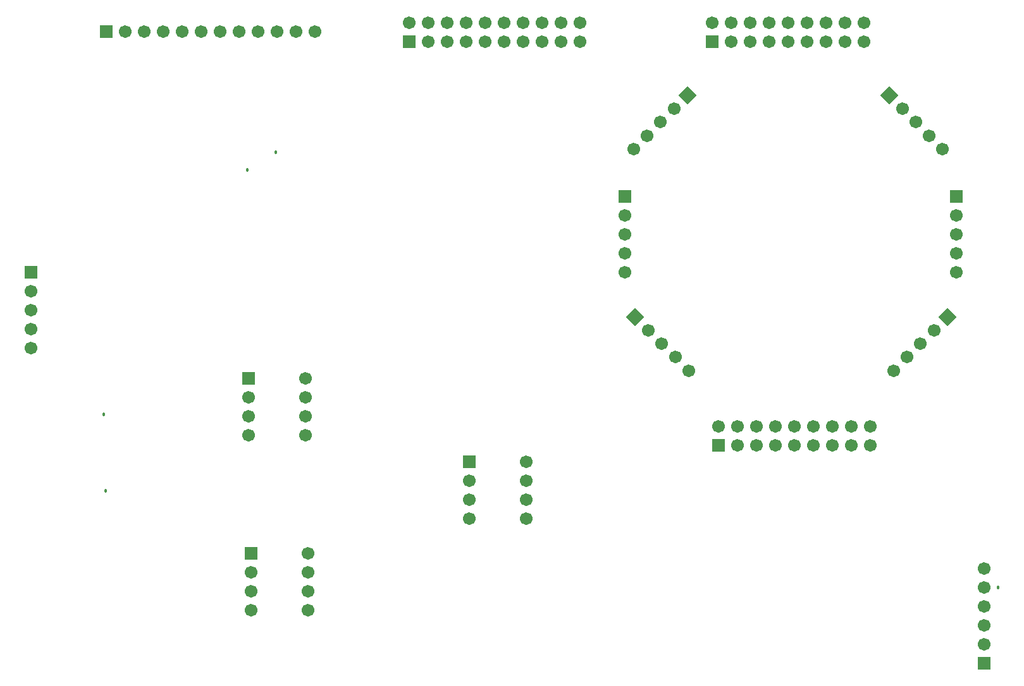
<source format=gbs>
G04*
G04 #@! TF.GenerationSoftware,Altium Limited,Altium Designer,18.0.12 (696)*
G04*
G04 Layer_Color=16711935*
%FSLAX23Y23*%
%MOIN*%
G70*
G01*
G75*
%ADD35C,0.067*%
%ADD36R,0.067X0.067*%
%ADD37R,0.067X0.067*%
%ADD38P,0.095X4X360.0*%
%ADD39P,0.095X4X270.0*%
%ADD40C,0.018*%
D35*
X2741Y944D02*
D03*
Y1044D02*
D03*
Y1144D02*
D03*
Y1244D02*
D03*
X2441Y944D02*
D03*
Y1044D02*
D03*
Y1144D02*
D03*
X4554Y1429D02*
D03*
X4454D02*
D03*
X4354D02*
D03*
X4254D02*
D03*
X4154D02*
D03*
X4054D02*
D03*
X3954D02*
D03*
X3854D02*
D03*
X3754D02*
D03*
X4554Y1329D02*
D03*
X4454D02*
D03*
X4354D02*
D03*
X4254D02*
D03*
X4154D02*
D03*
X4054D02*
D03*
X3954D02*
D03*
X3854D02*
D03*
X3025Y3561D02*
D03*
Y3461D02*
D03*
X2925Y3561D02*
D03*
Y3461D02*
D03*
X2825Y3561D02*
D03*
Y3461D02*
D03*
X2725Y3561D02*
D03*
Y3461D02*
D03*
X2625Y3561D02*
D03*
Y3461D02*
D03*
X2525Y3561D02*
D03*
Y3461D02*
D03*
X2425Y3561D02*
D03*
Y3461D02*
D03*
X2325Y3561D02*
D03*
Y3461D02*
D03*
X2225Y3561D02*
D03*
Y3461D02*
D03*
X2125Y3561D02*
D03*
X5154Y280D02*
D03*
Y380D02*
D03*
Y480D02*
D03*
Y580D02*
D03*
Y680D02*
D03*
X3598Y1725D02*
D03*
X3527Y1796D02*
D03*
X3456Y1866D02*
D03*
X3386Y1937D02*
D03*
X628Y3512D02*
D03*
X728D02*
D03*
X828D02*
D03*
X928D02*
D03*
X1028D02*
D03*
X1128D02*
D03*
X1228D02*
D03*
X1328D02*
D03*
X1428D02*
D03*
X1528D02*
D03*
X1628D02*
D03*
X130Y2142D02*
D03*
Y2042D02*
D03*
Y1942D02*
D03*
Y1842D02*
D03*
X1279Y1585D02*
D03*
Y1485D02*
D03*
Y1385D02*
D03*
X1579Y1685D02*
D03*
Y1585D02*
D03*
Y1485D02*
D03*
Y1385D02*
D03*
X1291Y660D02*
D03*
Y560D02*
D03*
Y460D02*
D03*
X1591Y760D02*
D03*
Y660D02*
D03*
Y560D02*
D03*
Y460D02*
D03*
X3820Y3461D02*
D03*
X3920D02*
D03*
X4020D02*
D03*
X4120D02*
D03*
X4220D02*
D03*
X4320D02*
D03*
X4420D02*
D03*
X4520D02*
D03*
X3720Y3561D02*
D03*
X3820D02*
D03*
X3920D02*
D03*
X4020D02*
D03*
X4120D02*
D03*
X4220D02*
D03*
X4320D02*
D03*
X4420D02*
D03*
X4520D02*
D03*
X3260Y2542D02*
D03*
Y2442D02*
D03*
Y2342D02*
D03*
Y2242D02*
D03*
X3520Y3106D02*
D03*
X3449Y3036D02*
D03*
X3378Y2965D02*
D03*
X3308Y2894D02*
D03*
X5008Y2542D02*
D03*
Y2442D02*
D03*
Y2342D02*
D03*
Y2242D02*
D03*
X4724Y3106D02*
D03*
X4795Y3036D02*
D03*
X4866Y2965D02*
D03*
X4936Y2894D02*
D03*
X4890Y1937D02*
D03*
X4819Y1866D02*
D03*
X4748Y1796D02*
D03*
X4678Y1725D02*
D03*
D36*
X2441Y1244D02*
D03*
X3754Y1329D02*
D03*
X2125Y3461D02*
D03*
X528Y3512D02*
D03*
X1279Y1685D02*
D03*
X1291Y760D02*
D03*
X3720Y3461D02*
D03*
D37*
X5154Y180D02*
D03*
X130Y2242D02*
D03*
X3260Y2642D02*
D03*
X5008D02*
D03*
D38*
X3315Y2008D02*
D03*
X4654Y3177D02*
D03*
D39*
X3591D02*
D03*
X4961Y2008D02*
D03*
D40*
X5227Y580D02*
D03*
X516Y1492D02*
D03*
X524Y1091D02*
D03*
X1270Y2782D02*
D03*
X1421Y2878D02*
D03*
M02*

</source>
